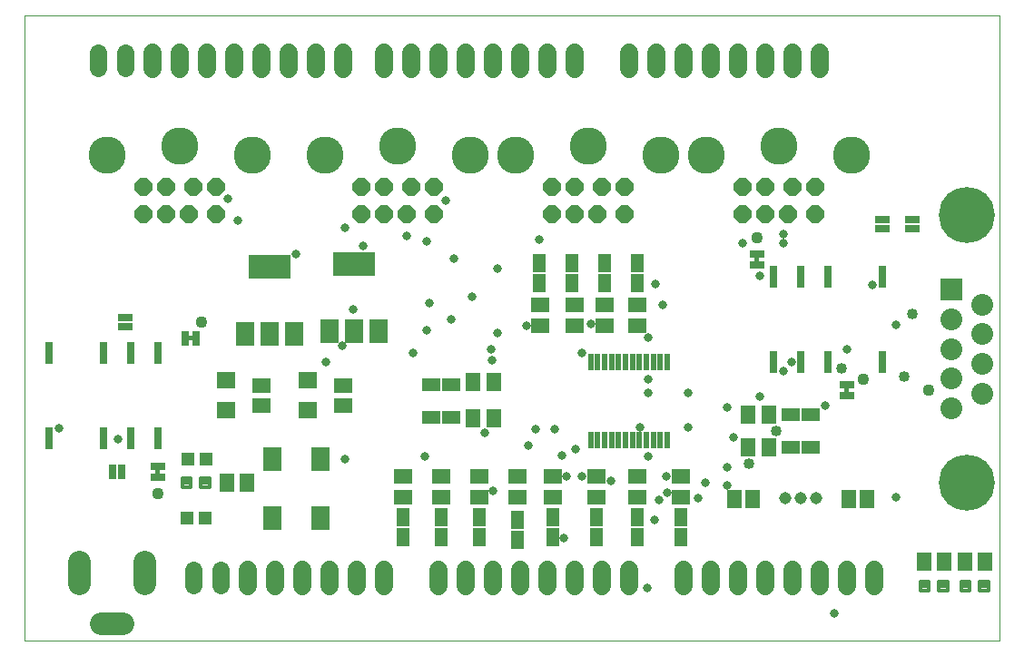
<source format=gts>
G75*
%MOIN*%
%OFA0B0*%
%FSLAX25Y25*%
%IPPOS*%
%LPD*%
%AMOC8*
5,1,8,0,0,1.08239X$1,22.5*
%
%ADD10C,0.00000*%
%ADD11R,0.06600X0.05600*%
%ADD12R,0.05600X0.06600*%
%ADD13R,0.06899X0.06112*%
%ADD14R,0.06899X0.08868*%
%ADD15R,0.06500X0.08500*%
%ADD16R,0.15600X0.08500*%
%ADD17R,0.04537X0.06506*%
%ADD18R,0.06506X0.04537*%
%ADD19R,0.01970X0.06100*%
%ADD20C,0.08474*%
%ADD21C,0.01361*%
%ADD22R,0.05718X0.06899*%
%ADD23R,0.04931X0.04537*%
%ADD24C,0.06506*%
%ADD25C,0.06200*%
%ADD26R,0.05718X0.06506*%
%ADD27C,0.04500*%
%ADD28R,0.08000X0.08000*%
%ADD29C,0.08000*%
%ADD30C,0.20600*%
%ADD31R,0.03100X0.08474*%
%ADD32R,0.05600X0.03100*%
%ADD33C,0.00500*%
%ADD34R,0.03100X0.05600*%
%ADD35OC8,0.06506*%
%ADD36C,0.13694*%
%ADD37C,0.03300*%
%ADD38C,0.04362*%
%ADD39C,0.04000*%
D10*
X0062595Y0011650D02*
X0062595Y0241150D01*
X0420595Y0241150D01*
X0420595Y0011650D01*
X0062595Y0011650D01*
D11*
X0201595Y0064400D03*
X0201595Y0071900D03*
X0215595Y0071900D03*
X0215595Y0064400D03*
X0229595Y0064400D03*
X0229595Y0071900D03*
X0243595Y0071900D03*
X0243595Y0064400D03*
X0256595Y0064400D03*
X0256595Y0071900D03*
X0272595Y0071900D03*
X0272595Y0064400D03*
X0287595Y0064400D03*
X0287595Y0071900D03*
X0303595Y0071900D03*
X0303595Y0064400D03*
X0287595Y0127400D03*
X0275595Y0127400D03*
X0264595Y0127400D03*
X0264595Y0134900D03*
X0275595Y0134900D03*
X0287595Y0134900D03*
X0252095Y0134900D03*
X0252095Y0127400D03*
X0179595Y0105400D03*
X0179595Y0097900D03*
X0149595Y0097900D03*
X0149595Y0105400D03*
D12*
X0227345Y0106650D03*
X0234845Y0106650D03*
X0234845Y0093150D03*
X0227345Y0093150D03*
X0328345Y0094650D03*
X0335845Y0094650D03*
X0335845Y0082650D03*
X0328345Y0082650D03*
D13*
X0166595Y0096138D03*
X0166595Y0107162D03*
X0136595Y0107162D03*
X0136595Y0096138D03*
D14*
X0153737Y0078150D03*
X0171453Y0078150D03*
X0171453Y0056650D03*
X0153737Y0056650D03*
D15*
X0152695Y0124250D03*
X0143695Y0124250D03*
X0161695Y0124250D03*
X0174695Y0125250D03*
X0183695Y0125250D03*
X0192695Y0125250D03*
D16*
X0183595Y0150050D03*
X0152595Y0149050D03*
D17*
X0251595Y0150351D03*
X0251595Y0142949D03*
X0263595Y0142949D03*
X0263595Y0150351D03*
X0275595Y0150351D03*
X0275595Y0142949D03*
X0287595Y0142949D03*
X0287595Y0150351D03*
X0287595Y0056851D03*
X0287595Y0049449D03*
X0272595Y0049449D03*
X0272595Y0056851D03*
X0256595Y0056851D03*
X0256595Y0049449D03*
X0243595Y0048449D03*
X0243595Y0055851D03*
X0229595Y0056851D03*
X0229595Y0049449D03*
X0215595Y0049449D03*
X0215595Y0056851D03*
X0201595Y0056851D03*
X0201595Y0049449D03*
X0303595Y0049449D03*
X0303595Y0056851D03*
D18*
X0343894Y0082650D03*
X0351296Y0082650D03*
X0351296Y0094650D03*
X0343894Y0094650D03*
X0219296Y0093650D03*
X0211894Y0093650D03*
X0211894Y0105650D03*
X0219296Y0105650D03*
D19*
X0270520Y0114044D03*
X0273079Y0114044D03*
X0275638Y0114044D03*
X0278198Y0114044D03*
X0280757Y0114044D03*
X0283316Y0114044D03*
X0285875Y0114044D03*
X0288434Y0114044D03*
X0290993Y0114044D03*
X0293552Y0114044D03*
X0296111Y0114044D03*
X0298670Y0114044D03*
X0298670Y0085256D03*
X0296111Y0085256D03*
X0293552Y0085256D03*
X0290993Y0085256D03*
X0288434Y0085256D03*
X0285875Y0085256D03*
X0283316Y0085256D03*
X0280757Y0085256D03*
X0278198Y0085256D03*
X0275638Y0085256D03*
X0273079Y0085256D03*
X0270520Y0085256D03*
D20*
X0106800Y0040587D02*
X0106800Y0032713D01*
X0098532Y0017752D02*
X0090658Y0017752D01*
X0082784Y0032713D02*
X0082784Y0040587D01*
D21*
X0120554Y0068062D02*
X0120554Y0071238D01*
X0123730Y0071238D01*
X0123730Y0068062D01*
X0120554Y0068062D01*
X0120554Y0069422D02*
X0123730Y0069422D01*
X0123730Y0070782D02*
X0120554Y0070782D01*
X0127460Y0071238D02*
X0127460Y0068062D01*
X0127460Y0071238D02*
X0130636Y0071238D01*
X0130636Y0068062D01*
X0127460Y0068062D01*
X0127460Y0069422D02*
X0130636Y0069422D01*
X0130636Y0070782D02*
X0127460Y0070782D01*
X0394730Y0033238D02*
X0394730Y0030062D01*
X0391554Y0030062D01*
X0391554Y0033238D01*
X0394730Y0033238D01*
X0394730Y0031422D02*
X0391554Y0031422D01*
X0391554Y0032782D02*
X0394730Y0032782D01*
X0401636Y0033238D02*
X0401636Y0030062D01*
X0398460Y0030062D01*
X0398460Y0033238D01*
X0401636Y0033238D01*
X0401636Y0031422D02*
X0398460Y0031422D01*
X0398460Y0032782D02*
X0401636Y0032782D01*
X0406554Y0033238D02*
X0406554Y0030062D01*
X0406554Y0033238D02*
X0409730Y0033238D01*
X0409730Y0030062D01*
X0406554Y0030062D01*
X0406554Y0031422D02*
X0409730Y0031422D01*
X0409730Y0032782D02*
X0406554Y0032782D01*
X0413460Y0033238D02*
X0413460Y0030062D01*
X0413460Y0033238D02*
X0416636Y0033238D01*
X0416636Y0030062D01*
X0413460Y0030062D01*
X0413460Y0031422D02*
X0416636Y0031422D01*
X0416636Y0032782D02*
X0413460Y0032782D01*
D22*
X0415335Y0040650D03*
X0407855Y0040650D03*
X0400335Y0040650D03*
X0392855Y0040650D03*
X0144335Y0069650D03*
X0136855Y0069650D03*
D23*
X0129442Y0078150D03*
X0122749Y0078150D03*
X0122249Y0056650D03*
X0128942Y0056650D03*
D24*
X0144595Y0037603D02*
X0144595Y0031697D01*
X0154595Y0031697D02*
X0154595Y0037603D01*
X0164595Y0037603D02*
X0164595Y0031697D01*
X0174595Y0031697D02*
X0174595Y0037603D01*
X0184595Y0037603D02*
X0184595Y0031697D01*
X0194595Y0031697D02*
X0194595Y0037603D01*
X0214595Y0037603D02*
X0214595Y0031697D01*
X0224595Y0031697D02*
X0224595Y0037603D01*
X0234595Y0037603D02*
X0234595Y0031697D01*
X0244595Y0031697D02*
X0244595Y0037603D01*
X0254595Y0037603D02*
X0254595Y0031697D01*
X0264595Y0031697D02*
X0264595Y0037603D01*
X0274595Y0037603D02*
X0274595Y0031697D01*
X0284595Y0031697D02*
X0284595Y0037603D01*
X0304595Y0037603D02*
X0304595Y0031697D01*
X0314595Y0031697D02*
X0314595Y0037603D01*
X0324595Y0037603D02*
X0324595Y0031697D01*
X0334595Y0031697D02*
X0334595Y0037603D01*
X0344595Y0037603D02*
X0344595Y0031697D01*
X0354595Y0031697D02*
X0354595Y0037603D01*
X0364595Y0037603D02*
X0364595Y0031697D01*
X0374595Y0031697D02*
X0374595Y0037603D01*
X0354595Y0221697D02*
X0354595Y0227603D01*
X0344595Y0227603D02*
X0344595Y0221697D01*
X0334595Y0221697D02*
X0334595Y0227603D01*
X0324595Y0227603D02*
X0324595Y0221697D01*
X0314595Y0221697D02*
X0314595Y0227603D01*
X0304595Y0227603D02*
X0304595Y0221697D01*
X0294595Y0221697D02*
X0294595Y0227603D01*
X0284595Y0227603D02*
X0284595Y0221697D01*
X0264595Y0221697D02*
X0264595Y0227603D01*
X0254595Y0227603D02*
X0254595Y0221697D01*
X0244595Y0221697D02*
X0244595Y0227603D01*
X0234595Y0227603D02*
X0234595Y0221697D01*
X0224595Y0221697D02*
X0224595Y0227603D01*
X0214595Y0227603D02*
X0214595Y0221697D01*
X0204595Y0221697D02*
X0204595Y0227603D01*
X0194595Y0227603D02*
X0194595Y0221697D01*
X0179595Y0221697D02*
X0179595Y0227603D01*
X0169595Y0227603D02*
X0169595Y0221697D01*
X0159595Y0221697D02*
X0159595Y0227603D01*
X0149595Y0227603D02*
X0149595Y0221697D01*
X0139595Y0221697D02*
X0139595Y0227603D01*
X0129595Y0227603D02*
X0129595Y0221697D01*
X0119595Y0221697D02*
X0119595Y0227603D01*
X0109595Y0227603D02*
X0109595Y0221697D01*
X0109595Y0227603D01*
D25*
X0099595Y0227450D02*
X0099595Y0221850D01*
X0089595Y0221850D02*
X0089595Y0227450D01*
X0124595Y0037450D02*
X0124595Y0031850D01*
X0134595Y0031850D02*
X0134595Y0037450D01*
D26*
X0323249Y0063650D03*
X0329942Y0063650D03*
X0365249Y0063650D03*
X0371942Y0063650D03*
D27*
X0353395Y0063950D03*
X0347795Y0063950D03*
X0342095Y0063850D03*
D28*
X0403005Y0140461D03*
D29*
X0414186Y0134989D03*
X0403005Y0129556D03*
X0414186Y0124083D03*
X0403005Y0118650D03*
X0414186Y0113217D03*
X0403005Y0107744D03*
X0414186Y0102311D03*
X0403005Y0096839D03*
D30*
X0408595Y0069437D03*
X0408595Y0167863D03*
D31*
X0377595Y0145398D03*
X0357595Y0145398D03*
X0347595Y0145398D03*
X0337595Y0145398D03*
X0337595Y0113902D03*
X0347595Y0113902D03*
X0357595Y0113902D03*
X0377595Y0113902D03*
X0111595Y0117398D03*
X0101595Y0117398D03*
X0091595Y0117398D03*
X0071595Y0117398D03*
X0071595Y0085902D03*
X0091595Y0085902D03*
X0101595Y0085902D03*
X0111595Y0085902D03*
D32*
X0111595Y0075650D03*
X0111595Y0071650D03*
X0099595Y0127050D03*
X0099595Y0130250D03*
X0331595Y0149650D03*
X0331595Y0153650D03*
X0377595Y0163050D03*
X0377595Y0166250D03*
X0388595Y0166250D03*
X0388595Y0163050D03*
X0364595Y0105650D03*
X0364595Y0101650D03*
D33*
X0365095Y0102900D02*
X0364095Y0102900D01*
X0364095Y0104400D01*
X0365095Y0104400D01*
X0365095Y0102900D01*
X0365095Y0103317D02*
X0364095Y0103317D01*
X0364095Y0103815D02*
X0365095Y0103815D01*
X0365095Y0104314D02*
X0364095Y0104314D01*
X0332095Y0150900D02*
X0331095Y0150900D01*
X0331095Y0152400D01*
X0332095Y0152400D01*
X0332095Y0150900D01*
X0332095Y0151174D02*
X0331095Y0151174D01*
X0331095Y0151672D02*
X0332095Y0151672D01*
X0332095Y0152171D02*
X0331095Y0152171D01*
X0124345Y0123150D02*
X0124345Y0122150D01*
X0122845Y0122150D01*
X0122845Y0123150D01*
X0124345Y0123150D01*
X0124345Y0122758D02*
X0122845Y0122758D01*
X0122845Y0122260D02*
X0124345Y0122260D01*
X0112095Y0074400D02*
X0111095Y0074400D01*
X0111095Y0072900D01*
X0112095Y0072900D01*
X0112095Y0074400D01*
X0112095Y0073904D02*
X0111095Y0073904D01*
X0111095Y0073406D02*
X0112095Y0073406D01*
X0112095Y0072907D02*
X0111095Y0072907D01*
D34*
X0098195Y0073650D03*
X0094995Y0073650D03*
X0121595Y0122650D03*
X0125595Y0122650D03*
D35*
X0123138Y0168343D03*
X0114477Y0168343D03*
X0106209Y0168343D03*
X0106209Y0178185D03*
X0114477Y0178185D03*
X0124713Y0178185D03*
X0132981Y0178185D03*
X0132981Y0168343D03*
X0186209Y0168343D03*
X0194477Y0168343D03*
X0203138Y0168343D03*
X0212981Y0168343D03*
X0212981Y0178185D03*
X0204713Y0178185D03*
X0194477Y0178185D03*
X0186209Y0178185D03*
X0256209Y0178185D03*
X0264477Y0178185D03*
X0274713Y0178185D03*
X0282981Y0178185D03*
X0282981Y0168343D03*
X0273138Y0168343D03*
X0264477Y0168343D03*
X0256209Y0168343D03*
X0326209Y0168343D03*
X0334477Y0168343D03*
X0343138Y0168343D03*
X0352981Y0168343D03*
X0352981Y0178185D03*
X0344713Y0178185D03*
X0334477Y0178185D03*
X0326209Y0178185D03*
D36*
X0313020Y0189996D03*
X0296170Y0189996D03*
X0269595Y0193146D03*
X0243020Y0189996D03*
X0226170Y0189996D03*
X0199595Y0193146D03*
X0173020Y0189996D03*
X0146170Y0189996D03*
X0119595Y0193146D03*
X0093020Y0189996D03*
X0339595Y0193146D03*
X0366170Y0189996D03*
D37*
X0341195Y0161050D03*
X0341195Y0157550D03*
X0326145Y0157550D03*
X0332795Y0145650D03*
X0297095Y0134800D03*
X0294295Y0142500D03*
X0270495Y0127800D03*
X0267345Y0117300D03*
X0247045Y0127100D03*
X0236195Y0124650D03*
X0234095Y0118700D03*
X0234445Y0114500D03*
X0219395Y0129550D03*
X0210295Y0125700D03*
X0205395Y0117300D03*
X0183345Y0133400D03*
X0179145Y0119750D03*
X0173195Y0113800D03*
X0211345Y0135500D03*
X0227095Y0137950D03*
X0236195Y0148100D03*
X0251595Y0158950D03*
X0220445Y0151950D03*
X0210295Y0158250D03*
X0202945Y0160350D03*
X0186845Y0156500D03*
X0180195Y0163150D03*
X0162345Y0153700D03*
X0140995Y0165950D03*
X0137145Y0174000D03*
X0217295Y0173300D03*
X0291495Y0122900D03*
X0291495Y0107500D03*
X0291495Y0102600D03*
X0306195Y0102600D03*
X0320545Y0097350D03*
X0332795Y0101200D03*
X0341195Y0110650D03*
X0344345Y0113800D03*
X0364595Y0118650D03*
X0382595Y0127650D03*
X0374095Y0142150D03*
X0356595Y0097900D03*
X0322995Y0086150D03*
X0320545Y0075300D03*
X0320545Y0068650D03*
X0312495Y0069700D03*
X0310045Y0063750D03*
X0298495Y0065850D03*
X0295695Y0063400D03*
X0293945Y0056050D03*
X0277845Y0070400D03*
X0267345Y0071800D03*
X0261745Y0071800D03*
X0259995Y0079500D03*
X0264895Y0081950D03*
X0257195Y0089300D03*
X0250195Y0089300D03*
X0247745Y0083350D03*
X0231645Y0087900D03*
X0209595Y0079150D03*
X0234795Y0066550D03*
X0260695Y0049400D03*
X0291145Y0030850D03*
X0298145Y0071800D03*
X0291495Y0079150D03*
X0288695Y0090000D03*
X0306195Y0090000D03*
X0382595Y0064150D03*
X0360095Y0021650D03*
X0180195Y0078100D03*
X0096895Y0085450D03*
X0075195Y0089650D03*
D38*
X0111595Y0065650D03*
X0127595Y0128650D03*
X0331595Y0159650D03*
X0370595Y0107650D03*
X0394595Y0103650D03*
D39*
X0385595Y0108650D03*
X0362595Y0111650D03*
X0388595Y0131650D03*
X0338595Y0088650D03*
X0328595Y0076650D03*
M02*

</source>
